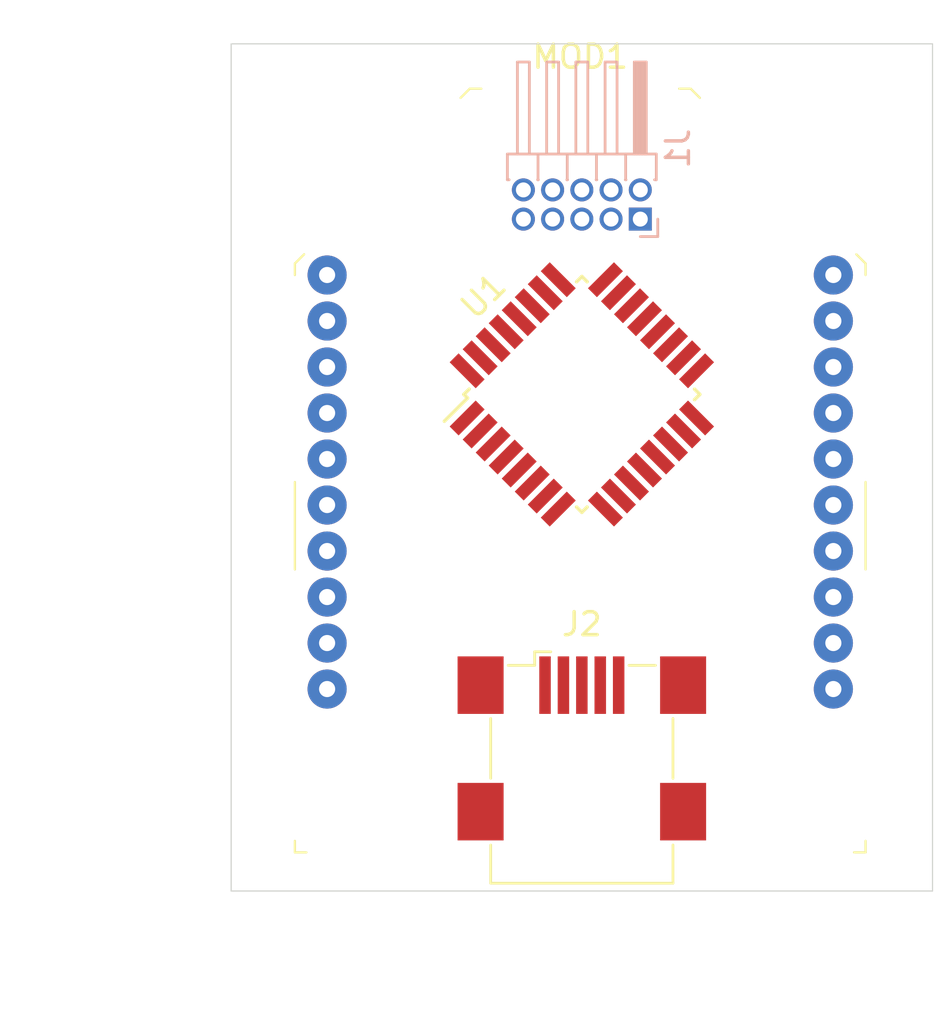
<source format=kicad_pcb>
(kicad_pcb (version 20171130) (host pcbnew 5.1.6)

  (general
    (thickness 1.6)
    (drawings 6)
    (tracks 0)
    (zones 0)
    (modules 4)
    (nets 66)
  )

  (page A4)
  (layers
    (0 F.Cu signal)
    (31 B.Cu signal)
    (32 B.Adhes user)
    (33 F.Adhes user)
    (34 B.Paste user)
    (35 F.Paste user)
    (36 B.SilkS user)
    (37 F.SilkS user)
    (38 B.Mask user)
    (39 F.Mask user)
    (40 Dwgs.User user)
    (41 Cmts.User user)
    (42 Eco1.User user)
    (43 Eco2.User user)
    (44 Edge.Cuts user)
    (45 Margin user)
    (46 B.CrtYd user)
    (47 F.CrtYd user)
    (48 B.Fab user)
    (49 F.Fab user)
  )

  (setup
    (last_trace_width 0.25)
    (trace_clearance 0.2)
    (zone_clearance 0.508)
    (zone_45_only no)
    (trace_min 0.2)
    (via_size 0.8)
    (via_drill 0.4)
    (via_min_size 0.4)
    (via_min_drill 0.3)
    (uvia_size 0.3)
    (uvia_drill 0.1)
    (uvias_allowed no)
    (uvia_min_size 0.2)
    (uvia_min_drill 0.1)
    (edge_width 0.05)
    (segment_width 0.2)
    (pcb_text_width 0.3)
    (pcb_text_size 1.5 1.5)
    (mod_edge_width 0.12)
    (mod_text_size 1 1)
    (mod_text_width 0.15)
    (pad_size 1.524 1.524)
    (pad_drill 0.762)
    (pad_to_mask_clearance 0.05)
    (aux_axis_origin 0 0)
    (visible_elements FFFFFF7F)
    (pcbplotparams
      (layerselection 0x010fc_ffffffff)
      (usegerberextensions false)
      (usegerberattributes true)
      (usegerberadvancedattributes true)
      (creategerberjobfile true)
      (excludeedgelayer true)
      (linewidth 0.100000)
      (plotframeref false)
      (viasonmask false)
      (mode 1)
      (useauxorigin false)
      (hpglpennumber 1)
      (hpglpenspeed 20)
      (hpglpendiameter 15.000000)
      (psnegative false)
      (psa4output false)
      (plotreference true)
      (plotvalue true)
      (plotinvisibletext false)
      (padsonsilk false)
      (subtractmaskfromsilk false)
      (outputformat 1)
      (mirror false)
      (drillshape 1)
      (scaleselection 1)
      (outputdirectory ""))
  )

  (net 0 "")
  (net 1 "Net-(J1-Pad10)")
  (net 2 GND)
  (net 3 "Net-(J1-Pad8)")
  (net 4 "Net-(J1-Pad7)")
  (net 5 "Net-(J1-Pad6)")
  (net 6 "Net-(J1-Pad4)")
  (net 7 "Net-(J1-Pad2)")
  (net 8 +3V3)
  (net 9 "Net-(MOD1-Pad20)")
  (net 10 "Net-(MOD1-Pad19)")
  (net 11 "Net-(MOD1-Pad18)")
  (net 12 "Net-(MOD1-Pad17)")
  (net 13 "Net-(MOD1-Pad16)")
  (net 14 "Net-(MOD1-Pad15)")
  (net 15 "Net-(MOD1-Pad14)")
  (net 16 "Net-(MOD1-Pad13)")
  (net 17 "Net-(MOD1-Pad12)")
  (net 18 "Net-(MOD1-Pad11)")
  (net 19 "Net-(MOD1-Pad10)")
  (net 20 "Net-(MOD1-Pad9)")
  (net 21 "Net-(MOD1-Pad8)")
  (net 22 "Net-(MOD1-Pad7)")
  (net 23 "Net-(MOD1-Pad6)")
  (net 24 "Net-(MOD1-Pad5)")
  (net 25 "Net-(MOD1-Pad4)")
  (net 26 "Net-(MOD1-Pad3)")
  (net 27 "Net-(MOD1-Pad2)")
  (net 28 "Net-(MOD1-Pad1)")
  (net 29 "Net-(U1-Pad32)")
  (net 30 "Net-(U1-Pad31)")
  (net 31 "Net-(U1-Pad30)")
  (net 32 "Net-(U1-Pad29)")
  (net 33 "Net-(U1-Pad10)")
  (net 34 "Net-(U1-Pad27)")
  (net 35 "Net-(U1-Pad26)")
  (net 36 "Net-(U1-Pad25)")
  (net 37 "Net-(U1-Pad24)")
  (net 38 "Net-(U1-Pad23)")
  (net 39 "Net-(U1-Pad22)")
  (net 40 "Net-(U1-Pad21)")
  (net 41 "Net-(U1-Pad20)")
  (net 42 "Net-(U1-Pad19)")
  (net 43 "Net-(U1-Pad18)")
  (net 44 "Net-(U1-Pad17)")
  (net 45 "Net-(U1-Pad16)")
  (net 46 "Net-(U1-Pad15)")
  (net 47 "Net-(U1-Pad14)")
  (net 48 "Net-(U1-Pad13)")
  (net 49 "Net-(U1-Pad12)")
  (net 50 "Net-(U1-Pad11)")
  (net 51 "Net-(U1-Pad9)")
  (net 52 "Net-(U1-Pad8)")
  (net 53 "Net-(U1-Pad7)")
  (net 54 "Net-(U1-Pad6)")
  (net 55 "Net-(U1-Pad5)")
  (net 56 "Net-(U1-Pad4)")
  (net 57 "Net-(U1-Pad3)")
  (net 58 "Net-(U1-Pad2)")
  (net 59 "Net-(U1-Pad1)")
  (net 60 "Net-(J2-Pad5)")
  (net 61 "Net-(J2-Pad4)")
  (net 62 "Net-(J2-Pad3)")
  (net 63 "Net-(J2-Pad2)")
  (net 64 "Net-(J2-Pad1)")
  (net 65 "Net-(J2-Pad6)")

  (net_class Default "This is the default net class."
    (clearance 0.2)
    (trace_width 0.25)
    (via_dia 0.8)
    (via_drill 0.4)
    (uvia_dia 0.3)
    (uvia_drill 0.1)
    (add_net +3V3)
    (add_net GND)
    (add_net "Net-(J1-Pad10)")
    (add_net "Net-(J1-Pad2)")
    (add_net "Net-(J1-Pad4)")
    (add_net "Net-(J1-Pad6)")
    (add_net "Net-(J1-Pad7)")
    (add_net "Net-(J1-Pad8)")
    (add_net "Net-(J2-Pad1)")
    (add_net "Net-(J2-Pad2)")
    (add_net "Net-(J2-Pad3)")
    (add_net "Net-(J2-Pad4)")
    (add_net "Net-(J2-Pad5)")
    (add_net "Net-(J2-Pad6)")
    (add_net "Net-(MOD1-Pad1)")
    (add_net "Net-(MOD1-Pad10)")
    (add_net "Net-(MOD1-Pad11)")
    (add_net "Net-(MOD1-Pad12)")
    (add_net "Net-(MOD1-Pad13)")
    (add_net "Net-(MOD1-Pad14)")
    (add_net "Net-(MOD1-Pad15)")
    (add_net "Net-(MOD1-Pad16)")
    (add_net "Net-(MOD1-Pad17)")
    (add_net "Net-(MOD1-Pad18)")
    (add_net "Net-(MOD1-Pad19)")
    (add_net "Net-(MOD1-Pad2)")
    (add_net "Net-(MOD1-Pad20)")
    (add_net "Net-(MOD1-Pad3)")
    (add_net "Net-(MOD1-Pad4)")
    (add_net "Net-(MOD1-Pad5)")
    (add_net "Net-(MOD1-Pad6)")
    (add_net "Net-(MOD1-Pad7)")
    (add_net "Net-(MOD1-Pad8)")
    (add_net "Net-(MOD1-Pad9)")
    (add_net "Net-(U1-Pad1)")
    (add_net "Net-(U1-Pad10)")
    (add_net "Net-(U1-Pad11)")
    (add_net "Net-(U1-Pad12)")
    (add_net "Net-(U1-Pad13)")
    (add_net "Net-(U1-Pad14)")
    (add_net "Net-(U1-Pad15)")
    (add_net "Net-(U1-Pad16)")
    (add_net "Net-(U1-Pad17)")
    (add_net "Net-(U1-Pad18)")
    (add_net "Net-(U1-Pad19)")
    (add_net "Net-(U1-Pad2)")
    (add_net "Net-(U1-Pad20)")
    (add_net "Net-(U1-Pad21)")
    (add_net "Net-(U1-Pad22)")
    (add_net "Net-(U1-Pad23)")
    (add_net "Net-(U1-Pad24)")
    (add_net "Net-(U1-Pad25)")
    (add_net "Net-(U1-Pad26)")
    (add_net "Net-(U1-Pad27)")
    (add_net "Net-(U1-Pad29)")
    (add_net "Net-(U1-Pad3)")
    (add_net "Net-(U1-Pad30)")
    (add_net "Net-(U1-Pad31)")
    (add_net "Net-(U1-Pad32)")
    (add_net "Net-(U1-Pad4)")
    (add_net "Net-(U1-Pad5)")
    (add_net "Net-(U1-Pad6)")
    (add_net "Net-(U1-Pad7)")
    (add_net "Net-(U1-Pad8)")
    (add_net "Net-(U1-Pad9)")
  )

  (module Connector_PinHeader_1.27mm:PinHeader_2x05_P1.27mm_Horizontal (layer B.Cu) (tedit 59FED6E3) (tstamp 5F765E72)
    (at 68.58 40.64 90)
    (descr "Through hole angled pin header, 2x05, 1.27mm pitch, 4.0mm pin length, double rows")
    (tags "Through hole angled pin header THT 2x05 1.27mm double row")
    (path /5F77F44C)
    (fp_text reference J1 (at 3.0675 1.635 270) (layer B.SilkS)
      (effects (font (size 1 1) (thickness 0.15)) (justify mirror))
    )
    (fp_text value ARM_SWD_10_Pin (at 3.0675 -6.715 270) (layer B.Fab)
      (effects (font (size 1 1) (thickness 0.15)) (justify mirror))
    )
    (fp_text user %R (at 2.27 -2.54) (layer B.Fab)
      (effects (font (size 0.6 0.6) (thickness 0.09)) (justify mirror))
    )
    (fp_line (start 2.02 0.635) (end 2.77 0.635) (layer B.Fab) (width 0.1))
    (fp_line (start 2.77 0.635) (end 2.77 -5.715) (layer B.Fab) (width 0.1))
    (fp_line (start 2.77 -5.715) (end 1.77 -5.715) (layer B.Fab) (width 0.1))
    (fp_line (start 1.77 -5.715) (end 1.77 0.385) (layer B.Fab) (width 0.1))
    (fp_line (start 1.77 0.385) (end 2.02 0.635) (layer B.Fab) (width 0.1))
    (fp_line (start -0.2 0.2) (end 1.77 0.2) (layer B.Fab) (width 0.1))
    (fp_line (start -0.2 0.2) (end -0.2 -0.2) (layer B.Fab) (width 0.1))
    (fp_line (start -0.2 -0.2) (end 1.77 -0.2) (layer B.Fab) (width 0.1))
    (fp_line (start 2.77 0.2) (end 6.77 0.2) (layer B.Fab) (width 0.1))
    (fp_line (start 6.77 0.2) (end 6.77 -0.2) (layer B.Fab) (width 0.1))
    (fp_line (start 2.77 -0.2) (end 6.77 -0.2) (layer B.Fab) (width 0.1))
    (fp_line (start -0.2 -1.07) (end 1.77 -1.07) (layer B.Fab) (width 0.1))
    (fp_line (start -0.2 -1.07) (end -0.2 -1.47) (layer B.Fab) (width 0.1))
    (fp_line (start -0.2 -1.47) (end 1.77 -1.47) (layer B.Fab) (width 0.1))
    (fp_line (start 2.77 -1.07) (end 6.77 -1.07) (layer B.Fab) (width 0.1))
    (fp_line (start 6.77 -1.07) (end 6.77 -1.47) (layer B.Fab) (width 0.1))
    (fp_line (start 2.77 -1.47) (end 6.77 -1.47) (layer B.Fab) (width 0.1))
    (fp_line (start -0.2 -2.34) (end 1.77 -2.34) (layer B.Fab) (width 0.1))
    (fp_line (start -0.2 -2.34) (end -0.2 -2.74) (layer B.Fab) (width 0.1))
    (fp_line (start -0.2 -2.74) (end 1.77 -2.74) (layer B.Fab) (width 0.1))
    (fp_line (start 2.77 -2.34) (end 6.77 -2.34) (layer B.Fab) (width 0.1))
    (fp_line (start 6.77 -2.34) (end 6.77 -2.74) (layer B.Fab) (width 0.1))
    (fp_line (start 2.77 -2.74) (end 6.77 -2.74) (layer B.Fab) (width 0.1))
    (fp_line (start -0.2 -3.61) (end 1.77 -3.61) (layer B.Fab) (width 0.1))
    (fp_line (start -0.2 -3.61) (end -0.2 -4.01) (layer B.Fab) (width 0.1))
    (fp_line (start -0.2 -4.01) (end 1.77 -4.01) (layer B.Fab) (width 0.1))
    (fp_line (start 2.77 -3.61) (end 6.77 -3.61) (layer B.Fab) (width 0.1))
    (fp_line (start 6.77 -3.61) (end 6.77 -4.01) (layer B.Fab) (width 0.1))
    (fp_line (start 2.77 -4.01) (end 6.77 -4.01) (layer B.Fab) (width 0.1))
    (fp_line (start -0.2 -4.88) (end 1.77 -4.88) (layer B.Fab) (width 0.1))
    (fp_line (start -0.2 -4.88) (end -0.2 -5.28) (layer B.Fab) (width 0.1))
    (fp_line (start -0.2 -5.28) (end 1.77 -5.28) (layer B.Fab) (width 0.1))
    (fp_line (start 2.77 -4.88) (end 6.77 -4.88) (layer B.Fab) (width 0.1))
    (fp_line (start 6.77 -4.88) (end 6.77 -5.28) (layer B.Fab) (width 0.1))
    (fp_line (start 2.77 -5.28) (end 6.77 -5.28) (layer B.Fab) (width 0.1))
    (fp_line (start 1.71 0.619677) (end 1.71 0.695) (layer B.SilkS) (width 0.12))
    (fp_line (start 1.71 0.695) (end 2.83 0.695) (layer B.SilkS) (width 0.12))
    (fp_line (start 2.83 0.695) (end 2.83 -5.775) (layer B.SilkS) (width 0.12))
    (fp_line (start 2.83 -5.775) (end 1.71 -5.775) (layer B.SilkS) (width 0.12))
    (fp_line (start 1.71 -5.775) (end 1.71 -5.699677) (layer B.SilkS) (width 0.12))
    (fp_line (start 2.83 0.26) (end 6.83 0.26) (layer B.SilkS) (width 0.12))
    (fp_line (start 6.83 0.26) (end 6.83 -0.26) (layer B.SilkS) (width 0.12))
    (fp_line (start 6.83 -0.26) (end 2.83 -0.26) (layer B.SilkS) (width 0.12))
    (fp_line (start 2.83 0.2) (end 6.83 0.2) (layer B.SilkS) (width 0.12))
    (fp_line (start 2.83 0.08) (end 6.83 0.08) (layer B.SilkS) (width 0.12))
    (fp_line (start 2.83 -0.04) (end 6.83 -0.04) (layer B.SilkS) (width 0.12))
    (fp_line (start 2.83 -0.16) (end 6.83 -0.16) (layer B.SilkS) (width 0.12))
    (fp_line (start 1.71 -0.635) (end 2.83 -0.635) (layer B.SilkS) (width 0.12))
    (fp_line (start 1.71 -0.619677) (end 1.71 -0.650323) (layer B.SilkS) (width 0.12))
    (fp_line (start 2.83 -1.01) (end 6.83 -1.01) (layer B.SilkS) (width 0.12))
    (fp_line (start 6.83 -1.01) (end 6.83 -1.53) (layer B.SilkS) (width 0.12))
    (fp_line (start 6.83 -1.53) (end 2.83 -1.53) (layer B.SilkS) (width 0.12))
    (fp_line (start 1.71 -1.905) (end 2.83 -1.905) (layer B.SilkS) (width 0.12))
    (fp_line (start 1.71 -1.889677) (end 1.71 -1.920323) (layer B.SilkS) (width 0.12))
    (fp_line (start 2.83 -2.28) (end 6.83 -2.28) (layer B.SilkS) (width 0.12))
    (fp_line (start 6.83 -2.28) (end 6.83 -2.8) (layer B.SilkS) (width 0.12))
    (fp_line (start 6.83 -2.8) (end 2.83 -2.8) (layer B.SilkS) (width 0.12))
    (fp_line (start 1.71 -3.175) (end 2.83 -3.175) (layer B.SilkS) (width 0.12))
    (fp_line (start 1.71 -3.159677) (end 1.71 -3.190323) (layer B.SilkS) (width 0.12))
    (fp_line (start 2.83 -3.55) (end 6.83 -3.55) (layer B.SilkS) (width 0.12))
    (fp_line (start 6.83 -3.55) (end 6.83 -4.07) (layer B.SilkS) (width 0.12))
    (fp_line (start 6.83 -4.07) (end 2.83 -4.07) (layer B.SilkS) (width 0.12))
    (fp_line (start 1.71 -4.445) (end 2.83 -4.445) (layer B.SilkS) (width 0.12))
    (fp_line (start 1.71 -4.429677) (end 1.71 -4.460323) (layer B.SilkS) (width 0.12))
    (fp_line (start 2.83 -4.82) (end 6.83 -4.82) (layer B.SilkS) (width 0.12))
    (fp_line (start 6.83 -4.82) (end 6.83 -5.34) (layer B.SilkS) (width 0.12))
    (fp_line (start 6.83 -5.34) (end 2.83 -5.34) (layer B.SilkS) (width 0.12))
    (fp_line (start -0.76 0) (end -0.76 0.76) (layer B.SilkS) (width 0.12))
    (fp_line (start -0.76 0.76) (end 0 0.76) (layer B.SilkS) (width 0.12))
    (fp_line (start -1.15 1.15) (end -1.15 -6.25) (layer B.CrtYd) (width 0.05))
    (fp_line (start -1.15 -6.25) (end 7.3 -6.25) (layer B.CrtYd) (width 0.05))
    (fp_line (start 7.3 -6.25) (end 7.3 1.15) (layer B.CrtYd) (width 0.05))
    (fp_line (start 7.3 1.15) (end -1.15 1.15) (layer B.CrtYd) (width 0.05))
    (pad 10 thru_hole oval (at 1.27 -5.08 90) (size 1 1) (drill 0.65) (layers *.Cu *.Mask)
      (net 1 "Net-(J1-Pad10)"))
    (pad 9 thru_hole oval (at 0 -5.08 90) (size 1 1) (drill 0.65) (layers *.Cu *.Mask)
      (net 2 GND))
    (pad 8 thru_hole oval (at 1.27 -3.81 90) (size 1 1) (drill 0.65) (layers *.Cu *.Mask)
      (net 3 "Net-(J1-Pad8)"))
    (pad 7 thru_hole oval (at 0 -3.81 90) (size 1 1) (drill 0.65) (layers *.Cu *.Mask)
      (net 4 "Net-(J1-Pad7)"))
    (pad 6 thru_hole oval (at 1.27 -2.54 90) (size 1 1) (drill 0.65) (layers *.Cu *.Mask)
      (net 5 "Net-(J1-Pad6)"))
    (pad 5 thru_hole oval (at 0 -2.54 90) (size 1 1) (drill 0.65) (layers *.Cu *.Mask)
      (net 2 GND))
    (pad 4 thru_hole oval (at 1.27 -1.27 90) (size 1 1) (drill 0.65) (layers *.Cu *.Mask)
      (net 6 "Net-(J1-Pad4)"))
    (pad 3 thru_hole oval (at 0 -1.27 90) (size 1 1) (drill 0.65) (layers *.Cu *.Mask)
      (net 2 GND))
    (pad 2 thru_hole oval (at 1.27 0 90) (size 1 1) (drill 0.65) (layers *.Cu *.Mask)
      (net 7 "Net-(J1-Pad2)"))
    (pad 1 thru_hole rect (at 0 0 90) (size 1 1) (drill 0.65) (layers *.Cu *.Mask)
      (net 8 +3V3))
    (model ${KISYS3DMOD}/Connector_PinHeader_1.27mm.3dshapes/PinHeader_2x05_P1.27mm_Horizontal.wrl
      (at (xyz 0 0 0))
      (scale (xyz 1 1 1))
      (rotate (xyz 0 0 0))
    )
  )

  (module Connector_USB:USB_Mini-B_Wuerth_65100516121_Horizontal (layer F.Cu) (tedit 5D90ED94) (tstamp 5F7654E1)
    (at 66.04 63.5)
    (descr "Mini USB 2.0 Type B SMT Horizontal 5 Contacts (https://katalog.we-online.de/em/datasheet/65100516121.pdf)")
    (tags "Mini USB 2.0 Type B")
    (path /5F769D57)
    (attr smd)
    (fp_text reference J2 (at 0 -5.25) (layer F.SilkS)
      (effects (font (size 1 1) (thickness 0.15)))
    )
    (fp_text value USB_B_Mini (at 0 7.35) (layer F.Fab)
      (effects (font (size 1 1) (thickness 0.15)))
    )
    (fp_text user %R (at 0 0) (layer F.Fab)
      (effects (font (size 1 1) (thickness 0.15)))
    )
    (fp_line (start -3.85 -3.35) (end -1.9 -3.35) (layer F.Fab) (width 0.1))
    (fp_line (start 3.85 -3.35) (end 3.85 5.9) (layer F.Fab) (width 0.1))
    (fp_line (start 3.85 5.9) (end -3.85 5.9) (layer F.Fab) (width 0.1))
    (fp_line (start -3.85 5.9) (end -3.85 -3.35) (layer F.Fab) (width 0.1))
    (fp_line (start -3.96 1.45) (end -3.96 -1.15) (layer F.SilkS) (width 0.12))
    (fp_line (start 3.96 -1.15) (end 3.96 1.45) (layer F.SilkS) (width 0.12))
    (fp_line (start -3.2 -3.46) (end -2.05 -3.46) (layer F.SilkS) (width 0.12))
    (fp_line (start -2.05 -3.46) (end -2.05 -4.05) (layer F.SilkS) (width 0.12))
    (fp_line (start -2.05 -4.05) (end -1.35 -4.05) (layer F.SilkS) (width 0.12))
    (fp_line (start 2.05 -3.46) (end 3.2 -3.46) (layer F.SilkS) (width 0.12))
    (fp_line (start -3.96 4.35) (end -3.96 6.01) (layer F.SilkS) (width 0.12))
    (fp_line (start -3.96 6.01) (end 3.96 6.01) (layer F.SilkS) (width 0.12))
    (fp_line (start 3.96 6.01) (end 3.96 4.35) (layer F.SilkS) (width 0.12))
    (fp_line (start -5.9 -0.85) (end -5.9 -4.35) (layer F.CrtYd) (width 0.05))
    (fp_line (start -5.9 -4.35) (end 5.9 -4.35) (layer F.CrtYd) (width 0.05))
    (fp_line (start 5.9 -4.35) (end 5.9 -0.85) (layer F.CrtYd) (width 0.05))
    (fp_line (start 4.35 6.4) (end -4.35 6.4) (layer F.CrtYd) (width 0.05))
    (fp_line (start -1.9 -3.35) (end -1.6 -2.85) (layer F.Fab) (width 0.1))
    (fp_line (start -1.6 -2.85) (end -1.3 -3.35) (layer F.Fab) (width 0.1))
    (fp_line (start -1.3 -3.35) (end 3.85 -3.35) (layer F.Fab) (width 0.1))
    (fp_line (start -4.35 6.4) (end -4.35 4.65) (layer F.CrtYd) (width 0.05))
    (fp_line (start 4.35 4.65) (end 4.35 6.4) (layer F.CrtYd) (width 0.05))
    (fp_line (start -4.35 1.15) (end -4.35 -0.85) (layer F.CrtYd) (width 0.05))
    (fp_line (start 4.35 -0.85) (end 4.35 1.15) (layer F.CrtYd) (width 0.05))
    (fp_line (start 5.9 4.65) (end 4.35 4.65) (layer F.CrtYd) (width 0.05))
    (fp_line (start 4.35 1.15) (end 5.9 1.15) (layer F.CrtYd) (width 0.05))
    (fp_line (start 5.9 -0.85) (end 4.35 -0.85) (layer F.CrtYd) (width 0.05))
    (fp_line (start 5.9 1.15) (end 5.9 4.65) (layer F.CrtYd) (width 0.05))
    (fp_line (start -4.35 4.65) (end -5.89 4.65) (layer F.CrtYd) (width 0.05))
    (fp_line (start -5.9 1.15) (end -4.35 1.15) (layer F.CrtYd) (width 0.05))
    (fp_line (start -4.35 -0.85) (end -5.9 -0.85) (layer F.CrtYd) (width 0.05))
    (fp_line (start -5.89 4.65) (end -5.9 1.15) (layer F.CrtYd) (width 0.05))
    (pad "" np_thru_hole circle (at 2.2 0) (size 0.9 0.9) (drill 0.9) (layers *.Cu *.Mask))
    (pad "" np_thru_hole circle (at -2.2 0) (size 0.9 0.9) (drill 0.9) (layers *.Cu *.Mask))
    (pad 5 smd rect (at 1.6 -2.6) (size 0.5 2.5) (layers F.Cu F.Paste F.Mask)
      (net 60 "Net-(J2-Pad5)"))
    (pad 4 smd rect (at 0.8 -2.6) (size 0.5 2.5) (layers F.Cu F.Paste F.Mask)
      (net 61 "Net-(J2-Pad4)"))
    (pad 3 smd rect (at 0 -2.6) (size 0.5 2.5) (layers F.Cu F.Paste F.Mask)
      (net 62 "Net-(J2-Pad3)"))
    (pad 2 smd rect (at -0.8 -2.6) (size 0.5 2.5) (layers F.Cu F.Paste F.Mask)
      (net 63 "Net-(J2-Pad2)"))
    (pad 1 smd rect (at -1.6 -2.6) (size 0.5 2.5) (layers F.Cu F.Paste F.Mask)
      (net 64 "Net-(J2-Pad1)"))
    (pad 6 smd rect (at 4.4 -2.6) (size 2 2.5) (layers F.Cu F.Paste F.Mask)
      (net 65 "Net-(J2-Pad6)"))
    (pad 6 smd rect (at -4.4 -2.6) (size 2 2.5) (layers F.Cu F.Paste F.Mask)
      (net 65 "Net-(J2-Pad6)"))
    (pad 6 smd rect (at 4.4 2.9) (size 2 2.5) (layers F.Cu F.Paste F.Mask)
      (net 65 "Net-(J2-Pad6)"))
    (pad 6 smd rect (at -4.4 2.9) (size 2 2.5) (layers F.Cu F.Paste F.Mask)
      (net 65 "Net-(J2-Pad6)"))
    (model ${KISYS3DMOD}/Connector_USB.3dshapes/USB_Mini-B_Wuerth_65100516121_Horizontal.wrl
      (at (xyz 0 0 0))
      (scale (xyz 1 1 1))
      (rotate (xyz 0 0 0))
    )
  )

  (module digikey-footprints:XBEE_PRO-20_THT (layer F.Cu) (tedit 59947AD9) (tstamp 5F764F2C)
    (at 65.97 52.07)
    (path /5F768EB0)
    (fp_text reference MOD1 (at 0 -18.49) (layer F.SilkS)
      (effects (font (size 1 1) (thickness 0.15)))
    )
    (fp_text value XBP9B-DMWT-002 (at 0 17.56) (layer F.Fab)
      (effects (font (size 1 1) (thickness 0.15)))
    )
    (fp_text user %R (at 0 0) (layer F.Fab)
      (effects (font (size 1 1) (thickness 0.15)))
    )
    (fp_line (start -12.5 -17.25) (end 12.5 -17.25) (layer F.CrtYd) (width 0.05))
    (fp_line (start -12.5 16.25) (end 12.5 16.25) (layer F.CrtYd) (width 0.05))
    (fp_line (start 12.5 -17.25) (end 12.5 16.25) (layer F.CrtYd) (width 0.05))
    (fp_line (start -12.5 -17.25) (end -12.5 16.25) (layer F.CrtYd) (width 0.05))
    (fp_line (start 12.4 0) (end 12.4 3.8) (layer F.SilkS) (width 0.1))
    (fp_line (start -12.4 0) (end -12.4 3.8) (layer F.SilkS) (width 0.1))
    (fp_line (start 4.8 -17.1) (end 5.2 -16.7) (layer F.SilkS) (width 0.1))
    (fp_line (start 4.8 -17.1) (end 4.3 -17.1) (layer F.SilkS) (width 0.1))
    (fp_line (start -4.8 -17.1) (end -4.3 -17.1) (layer F.SilkS) (width 0.1))
    (fp_line (start -4.8 -17.1) (end -5.2 -16.7) (layer F.SilkS) (width 0.1))
    (fp_line (start 12.4 -9.5) (end 12.4 -9) (layer F.SilkS) (width 0.1))
    (fp_line (start 12.4 -9.5) (end 12 -9.9) (layer F.SilkS) (width 0.1))
    (fp_line (start -12.4 -9.5) (end -12 -9.9) (layer F.SilkS) (width 0.1))
    (fp_line (start -12.4 -9.5) (end -12.4 -9) (layer F.SilkS) (width 0.1))
    (fp_line (start -12.4 16.1) (end -12.4 15.6) (layer F.SilkS) (width 0.1))
    (fp_line (start -12.4 16.1) (end -11.9 16.1) (layer F.SilkS) (width 0.1))
    (fp_line (start 12.4 16.1) (end 12.4 15.6) (layer F.SilkS) (width 0.1))
    (fp_line (start 12.4 16.1) (end 11.9 16.1) (layer F.SilkS) (width 0.1))
    (fp_line (start -12.25 -9.5) (end -4.75 -17) (layer F.Fab) (width 0.1))
    (fp_line (start 4.75 -17) (end 12.25 -9.5) (layer F.Fab) (width 0.1))
    (fp_line (start -4.75 -17) (end 4.75 -17) (layer F.Fab) (width 0.1))
    (fp_line (start -12.25 16) (end 12.25 16) (layer F.Fab) (width 0.1))
    (fp_line (start 12.25 -9.5) (end 12.25 16) (layer F.Fab) (width 0.1))
    (fp_line (start -12.25 -9.5) (end -12.25 16) (layer F.Fab) (width 0.1))
    (pad 20 thru_hole circle (at 11 -9) (size 1.7 1.7) (drill 0.7) (layers *.Cu *.Mask)
      (net 9 "Net-(MOD1-Pad20)"))
    (pad 19 thru_hole circle (at 11 -7) (size 1.7 1.7) (drill 0.7) (layers *.Cu *.Mask)
      (net 10 "Net-(MOD1-Pad19)"))
    (pad 18 thru_hole circle (at 11 -5) (size 1.7 1.7) (drill 0.7) (layers *.Cu *.Mask)
      (net 11 "Net-(MOD1-Pad18)"))
    (pad 17 thru_hole circle (at 11 -3) (size 1.7 1.7) (drill 0.7) (layers *.Cu *.Mask)
      (net 12 "Net-(MOD1-Pad17)"))
    (pad 16 thru_hole circle (at 11 -1) (size 1.7 1.7) (drill 0.7) (layers *.Cu *.Mask)
      (net 13 "Net-(MOD1-Pad16)"))
    (pad 15 thru_hole circle (at 11 1) (size 1.7 1.7) (drill 0.7) (layers *.Cu *.Mask)
      (net 14 "Net-(MOD1-Pad15)"))
    (pad 14 thru_hole circle (at 11 3) (size 1.7 1.7) (drill 0.7) (layers *.Cu *.Mask)
      (net 15 "Net-(MOD1-Pad14)"))
    (pad 13 thru_hole circle (at 11 5) (size 1.7 1.7) (drill 0.7) (layers *.Cu *.Mask)
      (net 16 "Net-(MOD1-Pad13)"))
    (pad 12 thru_hole circle (at 11 7) (size 1.7 1.7) (drill 0.7) (layers *.Cu *.Mask)
      (net 17 "Net-(MOD1-Pad12)"))
    (pad 11 thru_hole circle (at 11 9) (size 1.7 1.7) (drill 0.7) (layers *.Cu *.Mask)
      (net 18 "Net-(MOD1-Pad11)"))
    (pad 10 thru_hole circle (at -11 9) (size 1.7 1.7) (drill 0.7) (layers *.Cu *.Mask)
      (net 19 "Net-(MOD1-Pad10)"))
    (pad 9 thru_hole circle (at -11 7) (size 1.7 1.7) (drill 0.7) (layers *.Cu *.Mask)
      (net 20 "Net-(MOD1-Pad9)"))
    (pad 8 thru_hole circle (at -11 5) (size 1.7 1.7) (drill 0.7) (layers *.Cu *.Mask)
      (net 21 "Net-(MOD1-Pad8)"))
    (pad 7 thru_hole circle (at -11 3) (size 1.7 1.7) (drill 0.7) (layers *.Cu *.Mask)
      (net 22 "Net-(MOD1-Pad7)"))
    (pad 6 thru_hole circle (at -11 1) (size 1.7 1.7) (drill 0.7) (layers *.Cu *.Mask)
      (net 23 "Net-(MOD1-Pad6)"))
    (pad 5 thru_hole circle (at -11 -1) (size 1.7 1.7) (drill 0.7) (layers *.Cu *.Mask)
      (net 24 "Net-(MOD1-Pad5)"))
    (pad 4 thru_hole circle (at -11 -3) (size 1.7 1.7) (drill 0.7) (layers *.Cu *.Mask)
      (net 25 "Net-(MOD1-Pad4)"))
    (pad 3 thru_hole circle (at -11 -5) (size 1.7 1.7) (drill 0.7) (layers *.Cu *.Mask)
      (net 26 "Net-(MOD1-Pad3)"))
    (pad 2 thru_hole circle (at -11 -7) (size 1.7 1.7) (drill 0.7) (layers *.Cu *.Mask)
      (net 27 "Net-(MOD1-Pad2)"))
    (pad 1 thru_hole circle (at -11 -9) (size 1.7 1.7) (drill 0.7) (layers *.Cu *.Mask)
      (net 28 "Net-(MOD1-Pad1)"))
  )

  (module Package_QFP:TQFP-32_7x7mm_P0.8mm (layer F.Cu) (tedit 5A02F146) (tstamp 5F764F63)
    (at 66.04 48.26 45)
    (descr "32-Lead Plastic Thin Quad Flatpack (PT) - 7x7x1.0 mm Body, 2.00 mm [TQFP] (see Microchip Packaging Specification 00000049BS.pdf)")
    (tags "QFP 0.8")
    (path /5F77779D)
    (attr smd)
    (fp_text reference U1 (at 0 -6.05 45) (layer F.SilkS)
      (effects (font (size 1 1) (thickness 0.15)))
    )
    (fp_text value ATSAMD21E18A-A (at 0 6.05 45) (layer F.Fab)
      (effects (font (size 1 1) (thickness 0.15)))
    )
    (fp_text user %R (at 0 0 45) (layer F.Fab)
      (effects (font (size 1 1) (thickness 0.15)))
    )
    (fp_line (start -2.5 -3.5) (end 3.5 -3.5) (layer F.Fab) (width 0.15))
    (fp_line (start 3.5 -3.5) (end 3.5 3.5) (layer F.Fab) (width 0.15))
    (fp_line (start 3.5 3.5) (end -3.5 3.5) (layer F.Fab) (width 0.15))
    (fp_line (start -3.5 3.5) (end -3.5 -2.5) (layer F.Fab) (width 0.15))
    (fp_line (start -3.5 -2.5) (end -2.5 -3.5) (layer F.Fab) (width 0.15))
    (fp_line (start -5.3 -5.3) (end -5.3 5.3) (layer F.CrtYd) (width 0.05))
    (fp_line (start 5.3 -5.3) (end 5.3 5.3) (layer F.CrtYd) (width 0.05))
    (fp_line (start -5.3 -5.3) (end 5.3 -5.3) (layer F.CrtYd) (width 0.05))
    (fp_line (start -5.3 5.3) (end 5.3 5.3) (layer F.CrtYd) (width 0.05))
    (fp_line (start -3.625 -3.625) (end -3.625 -3.4) (layer F.SilkS) (width 0.15))
    (fp_line (start 3.625 -3.625) (end 3.625 -3.3) (layer F.SilkS) (width 0.15))
    (fp_line (start 3.625 3.625) (end 3.625 3.3) (layer F.SilkS) (width 0.15))
    (fp_line (start -3.625 3.625) (end -3.625 3.3) (layer F.SilkS) (width 0.15))
    (fp_line (start -3.625 -3.625) (end -3.3 -3.625) (layer F.SilkS) (width 0.15))
    (fp_line (start -3.625 3.625) (end -3.3 3.625) (layer F.SilkS) (width 0.15))
    (fp_line (start 3.625 3.625) (end 3.3 3.625) (layer F.SilkS) (width 0.15))
    (fp_line (start 3.625 -3.625) (end 3.3 -3.625) (layer F.SilkS) (width 0.15))
    (fp_line (start -3.625 -3.4) (end -5.05 -3.4) (layer F.SilkS) (width 0.15))
    (pad 32 smd rect (at -2.8 -4.25 135) (size 1.6 0.55) (layers F.Cu F.Paste F.Mask)
      (net 29 "Net-(U1-Pad32)"))
    (pad 31 smd rect (at -2 -4.25 135) (size 1.6 0.55) (layers F.Cu F.Paste F.Mask)
      (net 30 "Net-(U1-Pad31)"))
    (pad 30 smd rect (at -1.2 -4.25 135) (size 1.6 0.55) (layers F.Cu F.Paste F.Mask)
      (net 31 "Net-(U1-Pad30)"))
    (pad 29 smd rect (at -0.4 -4.25 135) (size 1.6 0.55) (layers F.Cu F.Paste F.Mask)
      (net 32 "Net-(U1-Pad29)"))
    (pad 28 smd rect (at 0.4 -4.25 135) (size 1.6 0.55) (layers F.Cu F.Paste F.Mask)
      (net 33 "Net-(U1-Pad10)"))
    (pad 27 smd rect (at 1.2 -4.25 135) (size 1.6 0.55) (layers F.Cu F.Paste F.Mask)
      (net 34 "Net-(U1-Pad27)"))
    (pad 26 smd rect (at 2 -4.25 135) (size 1.6 0.55) (layers F.Cu F.Paste F.Mask)
      (net 35 "Net-(U1-Pad26)"))
    (pad 25 smd rect (at 2.8 -4.25 135) (size 1.6 0.55) (layers F.Cu F.Paste F.Mask)
      (net 36 "Net-(U1-Pad25)"))
    (pad 24 smd rect (at 4.25 -2.8 45) (size 1.6 0.55) (layers F.Cu F.Paste F.Mask)
      (net 37 "Net-(U1-Pad24)"))
    (pad 23 smd rect (at 4.25 -2 45) (size 1.6 0.55) (layers F.Cu F.Paste F.Mask)
      (net 38 "Net-(U1-Pad23)"))
    (pad 22 smd rect (at 4.25 -1.2 45) (size 1.6 0.55) (layers F.Cu F.Paste F.Mask)
      (net 39 "Net-(U1-Pad22)"))
    (pad 21 smd rect (at 4.25 -0.4 45) (size 1.6 0.55) (layers F.Cu F.Paste F.Mask)
      (net 40 "Net-(U1-Pad21)"))
    (pad 20 smd rect (at 4.25 0.4 45) (size 1.6 0.55) (layers F.Cu F.Paste F.Mask)
      (net 41 "Net-(U1-Pad20)"))
    (pad 19 smd rect (at 4.25 1.2 45) (size 1.6 0.55) (layers F.Cu F.Paste F.Mask)
      (net 42 "Net-(U1-Pad19)"))
    (pad 18 smd rect (at 4.25 2 45) (size 1.6 0.55) (layers F.Cu F.Paste F.Mask)
      (net 43 "Net-(U1-Pad18)"))
    (pad 17 smd rect (at 4.25 2.8 45) (size 1.6 0.55) (layers F.Cu F.Paste F.Mask)
      (net 44 "Net-(U1-Pad17)"))
    (pad 16 smd rect (at 2.8 4.25 135) (size 1.6 0.55) (layers F.Cu F.Paste F.Mask)
      (net 45 "Net-(U1-Pad16)"))
    (pad 15 smd rect (at 2 4.25 135) (size 1.6 0.55) (layers F.Cu F.Paste F.Mask)
      (net 46 "Net-(U1-Pad15)"))
    (pad 14 smd rect (at 1.2 4.25 135) (size 1.6 0.55) (layers F.Cu F.Paste F.Mask)
      (net 47 "Net-(U1-Pad14)"))
    (pad 13 smd rect (at 0.4 4.25 135) (size 1.6 0.55) (layers F.Cu F.Paste F.Mask)
      (net 48 "Net-(U1-Pad13)"))
    (pad 12 smd rect (at -0.4 4.25 135) (size 1.6 0.55) (layers F.Cu F.Paste F.Mask)
      (net 49 "Net-(U1-Pad12)"))
    (pad 11 smd rect (at -1.2 4.25 135) (size 1.6 0.55) (layers F.Cu F.Paste F.Mask)
      (net 50 "Net-(U1-Pad11)"))
    (pad 10 smd rect (at -2 4.25 135) (size 1.6 0.55) (layers F.Cu F.Paste F.Mask)
      (net 33 "Net-(U1-Pad10)"))
    (pad 9 smd rect (at -2.8 4.25 135) (size 1.6 0.55) (layers F.Cu F.Paste F.Mask)
      (net 51 "Net-(U1-Pad9)"))
    (pad 8 smd rect (at -4.25 2.8 45) (size 1.6 0.55) (layers F.Cu F.Paste F.Mask)
      (net 52 "Net-(U1-Pad8)"))
    (pad 7 smd rect (at -4.25 2 45) (size 1.6 0.55) (layers F.Cu F.Paste F.Mask)
      (net 53 "Net-(U1-Pad7)"))
    (pad 6 smd rect (at -4.25 1.2 45) (size 1.6 0.55) (layers F.Cu F.Paste F.Mask)
      (net 54 "Net-(U1-Pad6)"))
    (pad 5 smd rect (at -4.25 0.4 45) (size 1.6 0.55) (layers F.Cu F.Paste F.Mask)
      (net 55 "Net-(U1-Pad5)"))
    (pad 4 smd rect (at -4.25 -0.4 45) (size 1.6 0.55) (layers F.Cu F.Paste F.Mask)
      (net 56 "Net-(U1-Pad4)"))
    (pad 3 smd rect (at -4.25 -1.2 45) (size 1.6 0.55) (layers F.Cu F.Paste F.Mask)
      (net 57 "Net-(U1-Pad3)"))
    (pad 2 smd rect (at -4.25 -2 45) (size 1.6 0.55) (layers F.Cu F.Paste F.Mask)
      (net 58 "Net-(U1-Pad2)"))
    (pad 1 smd rect (at -4.25 -2.8 45) (size 1.6 0.55) (layers F.Cu F.Paste F.Mask)
      (net 59 "Net-(U1-Pad1)"))
    (model ${KISYS3DMOD}/Package_QFP.3dshapes/TQFP-32_7x7mm_P0.8mm.wrl
      (at (xyz 0 0 0))
      (scale (xyz 1 1 1))
      (rotate (xyz 0 0 0))
    )
  )

  (dimension 36.83 (width 0.15) (layer Dwgs.User)
    (gr_text "36.830 mm" (at 44.42 51.435 270) (layer Dwgs.User)
      (effects (font (size 1 1) (thickness 0.15)))
    )
    (feature1 (pts (xy 50.8 69.85) (xy 45.133579 69.85)))
    (feature2 (pts (xy 50.8 33.02) (xy 45.133579 33.02)))
    (crossbar (pts (xy 45.72 33.02) (xy 45.72 69.85)))
    (arrow1a (pts (xy 45.72 69.85) (xy 45.133579 68.723496)))
    (arrow1b (pts (xy 45.72 69.85) (xy 46.306421 68.723496)))
    (arrow2a (pts (xy 45.72 33.02) (xy 45.133579 34.146504)))
    (arrow2b (pts (xy 45.72 33.02) (xy 46.306421 34.146504)))
  )
  (dimension 30.48 (width 0.15) (layer Dwgs.User)
    (gr_text "30.480 mm" (at 66.04 76.23) (layer Dwgs.User)
      (effects (font (size 1 1) (thickness 0.15)))
    )
    (feature1 (pts (xy 81.28 69.85) (xy 81.28 75.516421)))
    (feature2 (pts (xy 50.8 69.85) (xy 50.8 75.516421)))
    (crossbar (pts (xy 50.8 74.93) (xy 81.28 74.93)))
    (arrow1a (pts (xy 81.28 74.93) (xy 80.153496 75.516421)))
    (arrow1b (pts (xy 81.28 74.93) (xy 80.153496 74.343579)))
    (arrow2a (pts (xy 50.8 74.93) (xy 51.926504 75.516421)))
    (arrow2b (pts (xy 50.8 74.93) (xy 51.926504 74.343579)))
  )
  (gr_line (start 81.28 33.02) (end 50.8 33.02) (layer Edge.Cuts) (width 0.05) (tstamp 5F76660D))
  (gr_line (start 81.28 69.85) (end 81.28 33.02) (layer Edge.Cuts) (width 0.05))
  (gr_line (start 50.8 69.85) (end 81.28 69.85) (layer Edge.Cuts) (width 0.05))
  (gr_line (start 50.8 33.02) (end 50.8 69.85) (layer Edge.Cuts) (width 0.05))

)

</source>
